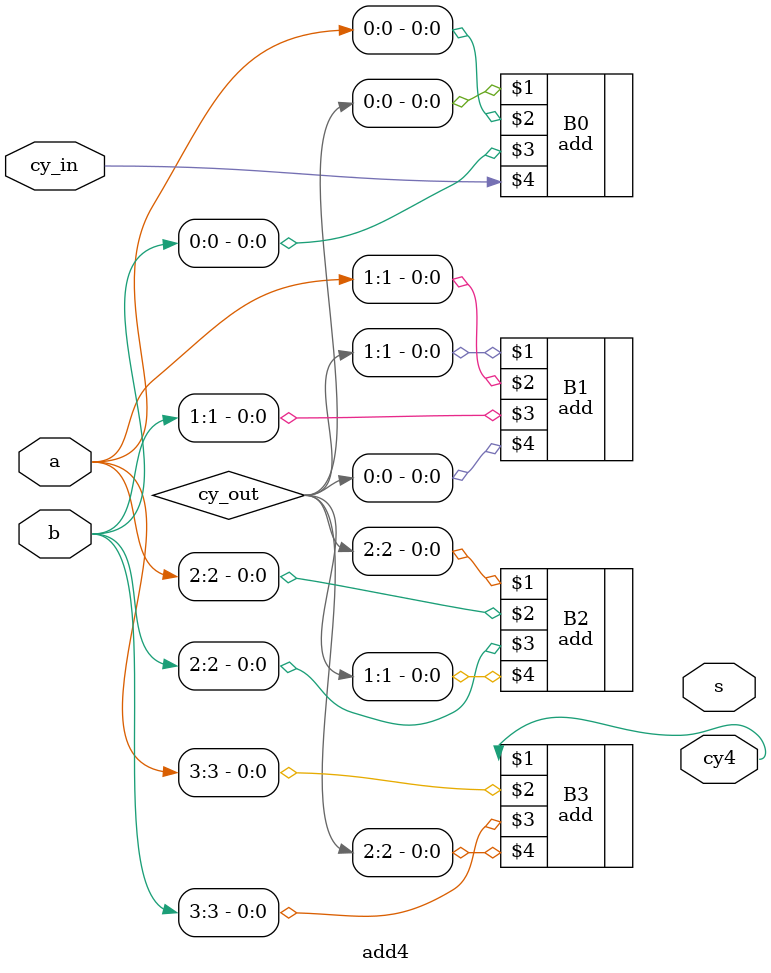
<source format=v>
`include "add.v"
module add4(s,cy4,cy_in,a,b);
input[3:0] a,b;
input cy_in;
output[3:0]s;
output cy4;
wire [2:0] cy_out;
add B0(cy_out[0],a[0],b[0],cy_in);
add B1(cy_out[1],a[1],b[1],cy_out[0]);
add B2(cy_out[2],a[2],b[2],cy_out[1]);
add B3(cy4,a[3],b[3],cy_out[2]);
endmodule





</source>
